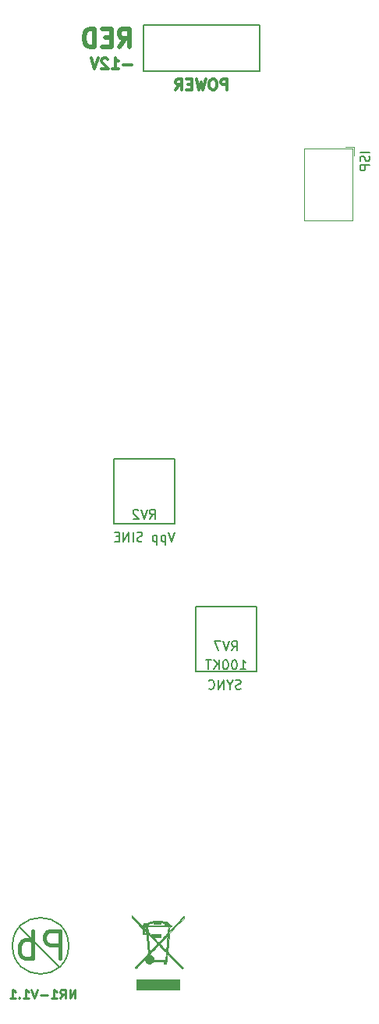
<source format=gbr>
%TF.GenerationSoftware,KiCad,Pcbnew,(5.1.10)-1*%
%TF.CreationDate,2021-09-03T07:56:25-07:00*%
%TF.ProjectId,Foundation,466f756e-6461-4746-996f-6e2e6b696361,rev?*%
%TF.SameCoordinates,Original*%
%TF.FileFunction,Legend,Bot*%
%TF.FilePolarity,Positive*%
%FSLAX46Y46*%
G04 Gerber Fmt 4.6, Leading zero omitted, Abs format (unit mm)*
G04 Created by KiCad (PCBNEW (5.1.10)-1) date 2021-09-03 07:56:25*
%MOMM*%
%LPD*%
G01*
G04 APERTURE LIST*
%ADD10C,0.150000*%
%ADD11C,0.500000*%
%ADD12C,0.300000*%
%ADD13C,0.250000*%
%ADD14C,0.200000*%
%ADD15C,0.010000*%
%ADD16C,0.120000*%
%ADD17C,0.400000*%
G04 APERTURE END LIST*
D10*
X46952380Y93976190D02*
X45952380Y93976190D01*
X46904761Y93547619D02*
X46952380Y93404761D01*
X46952380Y93166666D01*
X46904761Y93071428D01*
X46857142Y93023809D01*
X46761904Y92976190D01*
X46666666Y92976190D01*
X46571428Y93023809D01*
X46523809Y93071428D01*
X46476190Y93166666D01*
X46428571Y93357142D01*
X46380952Y93452380D01*
X46333333Y93500000D01*
X46238095Y93547619D01*
X46142857Y93547619D01*
X46047619Y93500000D01*
X46000000Y93452380D01*
X45952380Y93357142D01*
X45952380Y93119047D01*
X46000000Y92976190D01*
X46952380Y92547619D02*
X45952380Y92547619D01*
X45952380Y92166666D01*
X46000000Y92071428D01*
X46047619Y92023809D01*
X46142857Y91976190D01*
X46285714Y91976190D01*
X46380952Y92023809D01*
X46428571Y92071428D01*
X46476190Y92166666D01*
X46476190Y92547619D01*
X25809523Y52797619D02*
X25476190Y51797619D01*
X25142857Y52797619D01*
X24809523Y52464285D02*
X24809523Y51464285D01*
X24809523Y52416666D02*
X24714285Y52464285D01*
X24523809Y52464285D01*
X24428571Y52416666D01*
X24380952Y52369047D01*
X24333333Y52273809D01*
X24333333Y51988095D01*
X24380952Y51892857D01*
X24428571Y51845238D01*
X24523809Y51797619D01*
X24714285Y51797619D01*
X24809523Y51845238D01*
X23904761Y52464285D02*
X23904761Y51464285D01*
X23904761Y52416666D02*
X23809523Y52464285D01*
X23619047Y52464285D01*
X23523809Y52416666D01*
X23476190Y52369047D01*
X23428571Y52273809D01*
X23428571Y51988095D01*
X23476190Y51892857D01*
X23523809Y51845238D01*
X23619047Y51797619D01*
X23809523Y51797619D01*
X23904761Y51845238D01*
X22285714Y51845238D02*
X22142857Y51797619D01*
X21904761Y51797619D01*
X21809523Y51845238D01*
X21761904Y51892857D01*
X21714285Y51988095D01*
X21714285Y52083333D01*
X21761904Y52178571D01*
X21809523Y52226190D01*
X21904761Y52273809D01*
X22095238Y52321428D01*
X22190476Y52369047D01*
X22238095Y52416666D01*
X22285714Y52511904D01*
X22285714Y52607142D01*
X22238095Y52702380D01*
X22190476Y52750000D01*
X22095238Y52797619D01*
X21857142Y52797619D01*
X21714285Y52750000D01*
X21285714Y51797619D02*
X21285714Y52797619D01*
X20809523Y51797619D02*
X20809523Y52797619D01*
X20238095Y51797619D01*
X20238095Y52797619D01*
X19761904Y52321428D02*
X19428571Y52321428D01*
X19285714Y51797619D02*
X19761904Y51797619D01*
X19761904Y52797619D01*
X19285714Y52797619D01*
X32988095Y35845238D02*
X32845238Y35797619D01*
X32607142Y35797619D01*
X32511904Y35845238D01*
X32464285Y35892857D01*
X32416666Y35988095D01*
X32416666Y36083333D01*
X32464285Y36178571D01*
X32511904Y36226190D01*
X32607142Y36273809D01*
X32797619Y36321428D01*
X32892857Y36369047D01*
X32940476Y36416666D01*
X32988095Y36511904D01*
X32988095Y36607142D01*
X32940476Y36702380D01*
X32892857Y36750000D01*
X32797619Y36797619D01*
X32559523Y36797619D01*
X32416666Y36750000D01*
X31797619Y36273809D02*
X31797619Y35797619D01*
X32130952Y36797619D02*
X31797619Y36273809D01*
X31464285Y36797619D01*
X31130952Y35797619D02*
X31130952Y36797619D01*
X30559523Y35797619D01*
X30559523Y36797619D01*
X29511904Y35892857D02*
X29559523Y35845238D01*
X29702380Y35797619D01*
X29797619Y35797619D01*
X29940476Y35845238D01*
X30035714Y35940476D01*
X30083333Y36035714D01*
X30130952Y36226190D01*
X30130952Y36369047D01*
X30083333Y36559523D01*
X30035714Y36654761D01*
X29940476Y36750000D01*
X29797619Y36797619D01*
X29702380Y36797619D01*
X29559523Y36750000D01*
X29511904Y36702380D01*
D11*
X19785714Y105345238D02*
X20452380Y106297619D01*
X20928571Y105345238D02*
X20928571Y107345238D01*
X20166666Y107345238D01*
X19976190Y107250000D01*
X19880952Y107154761D01*
X19785714Y106964285D01*
X19785714Y106678571D01*
X19880952Y106488095D01*
X19976190Y106392857D01*
X20166666Y106297619D01*
X20928571Y106297619D01*
X18928571Y106392857D02*
X18261904Y106392857D01*
X17976190Y105345238D02*
X18928571Y105345238D01*
X18928571Y107345238D01*
X17976190Y107345238D01*
X17119047Y105345238D02*
X17119047Y107345238D01*
X16642857Y107345238D01*
X16357142Y107250000D01*
X16166666Y107059523D01*
X16071428Y106869047D01*
X15976190Y106488095D01*
X15976190Y106202380D01*
X16071428Y105821428D01*
X16166666Y105630952D01*
X16357142Y105440476D01*
X16642857Y105345238D01*
X17119047Y105345238D01*
D12*
X21114285Y103414285D02*
X20200000Y103414285D01*
X19000000Y102957142D02*
X19685714Y102957142D01*
X19342857Y102957142D02*
X19342857Y104157142D01*
X19457142Y103985714D01*
X19571428Y103871428D01*
X19685714Y103814285D01*
X18542857Y104042857D02*
X18485714Y104100000D01*
X18371428Y104157142D01*
X18085714Y104157142D01*
X17971428Y104100000D01*
X17914285Y104042857D01*
X17857142Y103928571D01*
X17857142Y103814285D01*
X17914285Y103642857D01*
X18600000Y102957142D01*
X17857142Y102957142D01*
X17514285Y104157142D02*
X17114285Y102957142D01*
X16714285Y104157142D01*
X31521428Y100707142D02*
X31521428Y101907142D01*
X31064285Y101907142D01*
X30950000Y101850000D01*
X30892857Y101792857D01*
X30835714Y101678571D01*
X30835714Y101507142D01*
X30892857Y101392857D01*
X30950000Y101335714D01*
X31064285Y101278571D01*
X31521428Y101278571D01*
X30092857Y101907142D02*
X29864285Y101907142D01*
X29750000Y101850000D01*
X29635714Y101735714D01*
X29578571Y101507142D01*
X29578571Y101107142D01*
X29635714Y100878571D01*
X29750000Y100764285D01*
X29864285Y100707142D01*
X30092857Y100707142D01*
X30207142Y100764285D01*
X30321428Y100878571D01*
X30378571Y101107142D01*
X30378571Y101507142D01*
X30321428Y101735714D01*
X30207142Y101850000D01*
X30092857Y101907142D01*
X29178571Y101907142D02*
X28892857Y100707142D01*
X28664285Y101564285D01*
X28435714Y100707142D01*
X28150000Y101907142D01*
X27692857Y101335714D02*
X27292857Y101335714D01*
X27121428Y100707142D02*
X27692857Y100707142D01*
X27692857Y101907142D01*
X27121428Y101907142D01*
X25921428Y100707142D02*
X26321428Y101278571D01*
X26607142Y100707142D02*
X26607142Y101907142D01*
X26150000Y101907142D01*
X26035714Y101850000D01*
X25978571Y101792857D01*
X25921428Y101678571D01*
X25921428Y101507142D01*
X25978571Y101392857D01*
X26035714Y101335714D01*
X26150000Y101278571D01*
X26607142Y101278571D01*
D13*
X15000000Y2297619D02*
X15000000Y3297619D01*
X14428571Y2297619D01*
X14428571Y3297619D01*
X13380952Y2297619D02*
X13714285Y2773809D01*
X13952380Y2297619D02*
X13952380Y3297619D01*
X13571428Y3297619D01*
X13476190Y3250000D01*
X13428571Y3202380D01*
X13380952Y3107142D01*
X13380952Y2964285D01*
X13428571Y2869047D01*
X13476190Y2821428D01*
X13571428Y2773809D01*
X13952380Y2773809D01*
X12428571Y2297619D02*
X13000000Y2297619D01*
X12714285Y2297619D02*
X12714285Y3297619D01*
X12809523Y3154761D01*
X12904761Y3059523D01*
X13000000Y3011904D01*
X12000000Y2678571D02*
X11238095Y2678571D01*
X10904761Y3297619D02*
X10571428Y2297619D01*
X10238095Y3297619D01*
X9380952Y2297619D02*
X9952380Y2297619D01*
X9666666Y2297619D02*
X9666666Y3297619D01*
X9761904Y3154761D01*
X9857142Y3059523D01*
X9952380Y3011904D01*
X8952380Y2392857D02*
X8904761Y2345238D01*
X8952380Y2297619D01*
X9000000Y2345238D01*
X8952380Y2392857D01*
X8952380Y2297619D01*
X7952380Y2297619D02*
X8523809Y2297619D01*
X8238095Y2297619D02*
X8238095Y3297619D01*
X8333333Y3154761D01*
X8428571Y3059523D01*
X8523809Y3011904D01*
D10*
%TO.C,RV7*%
X34702000Y41200000D02*
X34702000Y44705200D01*
X34702000Y41200000D02*
X34702000Y37694800D01*
X28098000Y41200000D02*
X28098000Y44705200D01*
X28098000Y41200000D02*
X28098000Y37694800D01*
X28098000Y37694800D02*
X34702000Y37694800D01*
X34702000Y44705200D02*
X28098000Y44705200D01*
D14*
%TO.C,REF\u002A\u002A*%
X14300000Y8000000D02*
G75*
G03*
X14300000Y8000000I-3050000J0D01*
G01*
X13250000Y5750000D02*
X9000000Y10000000D01*
D15*
G36*
X21677237Y3239474D02*
G01*
X26356184Y3239474D01*
X26356184Y4392500D01*
X21677237Y4392500D01*
X21677237Y3239474D01*
G37*
X21677237Y3239474D02*
X26356184Y3239474D01*
X26356184Y4392500D01*
X21677237Y4392500D01*
X21677237Y3239474D01*
G36*
X21176744Y11150663D02*
G01*
X21177567Y11034934D01*
X21777885Y10425000D01*
X22378204Y9815066D01*
X22378641Y9535165D01*
X22379079Y9255263D01*
X22744663Y9255263D01*
X22754083Y9184244D01*
X22757650Y9151873D01*
X22763662Y9090913D01*
X22771799Y9005002D01*
X22781738Y8897774D01*
X22793157Y8772867D01*
X22805736Y8633917D01*
X22819153Y8484559D01*
X22833085Y8328432D01*
X22847212Y8169170D01*
X22861212Y8010410D01*
X22874763Y7855789D01*
X22887544Y7708943D01*
X22899233Y7573507D01*
X22909508Y7453120D01*
X22918048Y7351416D01*
X22924531Y7272033D01*
X22928636Y7218606D01*
X22930041Y7194771D01*
X22930040Y7194658D01*
X22919796Y7175534D01*
X22889026Y7136045D01*
X22837311Y7075734D01*
X22764233Y6994139D01*
X22669373Y6890802D01*
X22552313Y6765262D01*
X22412633Y6617060D01*
X22249916Y6445737D01*
X22204179Y6397763D01*
X21478805Y5637434D01*
X21537449Y5578948D01*
X21596092Y5520461D01*
X21690974Y5623690D01*
X21725685Y5660997D01*
X21779906Y5718689D01*
X21850059Y5792987D01*
X21932568Y5880111D01*
X22023855Y5976282D01*
X22120342Y6077720D01*
X22178065Y6138305D01*
X22286434Y6251803D01*
X22374028Y6342715D01*
X22443080Y6412693D01*
X22495824Y6463390D01*
X22534494Y6496460D01*
X22561323Y6513556D01*
X22578544Y6516331D01*
X22588392Y6506437D01*
X22593099Y6485529D01*
X22594899Y6455259D01*
X22595141Y6446998D01*
X22607658Y6390091D01*
X22638497Y6321307D01*
X22681503Y6251525D01*
X22730520Y6191622D01*
X22750134Y6173118D01*
X22850770Y6108372D01*
X22968327Y6072146D01*
X23072262Y6063553D01*
X23190049Y6079761D01*
X23298831Y6127288D01*
X23395110Y6204489D01*
X23412875Y6223705D01*
X23477832Y6297500D01*
X24601579Y6297500D01*
X24601579Y6063553D01*
X24902368Y6063553D01*
X24902368Y6172848D01*
X24906143Y6247461D01*
X24918825Y6299250D01*
X24934237Y6327420D01*
X24945250Y6347576D01*
X24954679Y6376800D01*
X24963151Y6419425D01*
X24971290Y6479783D01*
X24979721Y6562207D01*
X24989068Y6671028D01*
X24995469Y6751983D01*
X25024831Y7131268D01*
X25745659Y6401062D01*
X25875992Y6268934D01*
X26001108Y6141904D01*
X26118721Y6022305D01*
X26226545Y5912472D01*
X26322295Y5814737D01*
X26403683Y5731434D01*
X26468423Y5664896D01*
X26514230Y5617458D01*
X26538792Y5591480D01*
X26579145Y5550351D01*
X26612805Y5521665D01*
X26630910Y5512105D01*
X26654035Y5523303D01*
X26687743Y5551281D01*
X26699169Y5562674D01*
X26747617Y5613243D01*
X26480881Y5884298D01*
X26412831Y5953348D01*
X26325085Y6042226D01*
X26221492Y6147041D01*
X26105900Y6263903D01*
X25982159Y6388921D01*
X25854119Y6518205D01*
X25725628Y6647864D01*
X25633454Y6740821D01*
X25493342Y6882480D01*
X25375632Y7002409D01*
X25278820Y7102232D01*
X25201399Y7183572D01*
X25141864Y7248052D01*
X25112358Y7281723D01*
X24875409Y7281723D01*
X24845743Y6902408D01*
X24836797Y6791223D01*
X24828142Y6689547D01*
X24820271Y6602696D01*
X24813672Y6535982D01*
X24808836Y6494721D01*
X24807280Y6485494D01*
X24798482Y6447895D01*
X23536681Y6447895D01*
X23528258Y6552827D01*
X23502828Y6676805D01*
X23449611Y6786476D01*
X23371963Y6877844D01*
X23273237Y6946917D01*
X23162428Y6988380D01*
X23126480Y7007829D01*
X23108483Y7049570D01*
X23108106Y7051411D01*
X23105947Y7069033D01*
X23108616Y7087078D01*
X23118720Y7108892D01*
X23138863Y7137823D01*
X23171651Y7177217D01*
X23219690Y7230423D01*
X23285584Y7300786D01*
X23371940Y7391654D01*
X23377520Y7397507D01*
X23470405Y7495044D01*
X23569155Y7598933D01*
X23666984Y7702023D01*
X23757107Y7797161D01*
X23832738Y7877196D01*
X23849605Y7895089D01*
X23914265Y7962556D01*
X23971705Y8020291D01*
X24017801Y8064325D01*
X24048431Y8090686D01*
X24058715Y8096479D01*
X24074052Y8084354D01*
X24109917Y8051090D01*
X24163488Y7999458D01*
X24231940Y7932225D01*
X24312447Y7852163D01*
X24402187Y7762039D01*
X24475532Y7687802D01*
X24875409Y7281723D01*
X25112358Y7281723D01*
X25098709Y7297297D01*
X25070429Y7332929D01*
X25055517Y7356571D01*
X25052199Y7367520D01*
X25053456Y7391414D01*
X25057274Y7445499D01*
X25063407Y7526662D01*
X25071607Y7631790D01*
X25081627Y7757772D01*
X25093220Y7901495D01*
X25106140Y8059846D01*
X25120138Y8229713D01*
X25131419Y8365472D01*
X25195250Y9130894D01*
X25031004Y9130894D01*
X25030297Y9114376D01*
X25026969Y9067855D01*
X25021290Y8994622D01*
X25013526Y8897972D01*
X25003943Y8781195D01*
X24992811Y8647586D01*
X24980395Y8500437D01*
X24968480Y8360729D01*
X24954984Y8202213D01*
X24942413Y8052579D01*
X24931055Y7915398D01*
X24921198Y7794241D01*
X24913130Y7692680D01*
X24907140Y7614288D01*
X24903515Y7562637D01*
X24902509Y7542577D01*
X24900940Y7530092D01*
X24894722Y7525138D01*
X24881459Y7529782D01*
X24858753Y7546091D01*
X24824208Y7576132D01*
X24775427Y7621973D01*
X24710013Y7685680D01*
X24625569Y7769321D01*
X24535971Y7858701D01*
X24169574Y8224814D01*
X24172141Y8227566D01*
X23929951Y8227566D01*
X23918913Y8212450D01*
X23888013Y8176858D01*
X23840347Y8124059D01*
X23779013Y8057327D01*
X23707107Y7979930D01*
X23627727Y7895142D01*
X23543969Y7806233D01*
X23458930Y7716474D01*
X23375708Y7629136D01*
X23297399Y7547491D01*
X23227100Y7474809D01*
X23167909Y7414363D01*
X23122922Y7369422D01*
X23095236Y7343258D01*
X23087686Y7337928D01*
X23085197Y7355133D01*
X23080030Y7402652D01*
X23072470Y7477511D01*
X23062800Y7576736D01*
X23051305Y7697351D01*
X23038269Y7836382D01*
X23023976Y7990855D01*
X23008710Y8157794D01*
X22996521Y8292403D01*
X22980929Y8466946D01*
X22966523Y8631373D01*
X22953547Y8782701D01*
X22942241Y8917947D01*
X22932848Y9034130D01*
X22925611Y9128265D01*
X22920772Y9197370D01*
X22918573Y9238462D01*
X22918824Y9249132D01*
X22931970Y9239628D01*
X22965446Y9209080D01*
X23016326Y9160444D01*
X23081683Y9096677D01*
X23158591Y9020735D01*
X23244124Y8935576D01*
X23335354Y8844155D01*
X23429356Y8749431D01*
X23523202Y8654359D01*
X23613967Y8561897D01*
X23698723Y8475001D01*
X23774544Y8396628D01*
X23838503Y8329735D01*
X23887674Y8277278D01*
X23919131Y8242215D01*
X23929951Y8227566D01*
X24172141Y8227566D01*
X24306202Y8371240D01*
X24375784Y8445552D01*
X24453881Y8528517D01*
X24537406Y8616898D01*
X24623270Y8707459D01*
X24708385Y8796964D01*
X24789664Y8882177D01*
X24864019Y8959861D01*
X24928363Y9026780D01*
X24979606Y9079697D01*
X25014663Y9115377D01*
X25030444Y9130584D01*
X25031004Y9130894D01*
X25195250Y9130894D01*
X25211204Y9322193D01*
X26009286Y10161515D01*
X26807368Y11000836D01*
X26806781Y11118148D01*
X26806194Y11235461D01*
X26677275Y11097747D01*
X26605124Y11020937D01*
X26519940Y10930696D01*
X26424021Y10829425D01*
X26319666Y10719524D01*
X26209174Y10603396D01*
X26094844Y10483442D01*
X25978975Y10362064D01*
X25863865Y10241662D01*
X25751814Y10124638D01*
X25645119Y10013394D01*
X25546080Y9910331D01*
X25456997Y9817850D01*
X25380166Y9738353D01*
X25317888Y9674242D01*
X25272462Y9627917D01*
X25246185Y9601781D01*
X25240426Y9596767D01*
X25240030Y9614209D01*
X25242208Y9658865D01*
X25246583Y9724660D01*
X25252775Y9805517D01*
X25255433Y9837817D01*
X25275228Y10074079D01*
X25120242Y10074079D01*
X25112240Y10036480D01*
X25108160Y10006745D01*
X25102425Y9950797D01*
X25095701Y9875764D01*
X25088648Y9788775D01*
X25086207Y9756579D01*
X25079008Y9664139D01*
X25071742Y9578293D01*
X25065136Y9507153D01*
X25059916Y9458831D01*
X25058739Y9450061D01*
X25054298Y9432058D01*
X25044687Y9410983D01*
X25027860Y9384475D01*
X25001775Y9350172D01*
X24964387Y9305711D01*
X24913654Y9248729D01*
X24847530Y9176864D01*
X24763974Y9087754D01*
X24660940Y8979036D01*
X24555833Y8868725D01*
X24451262Y8759559D01*
X24353649Y8658460D01*
X24265422Y8567885D01*
X24189012Y8490292D01*
X24126849Y8428138D01*
X24081363Y8383882D01*
X24054983Y8359982D01*
X24049357Y8356426D01*
X24034557Y8369319D01*
X23999961Y8402940D01*
X23948929Y8453918D01*
X23884817Y8518880D01*
X23810984Y8594452D01*
X23757589Y8649507D01*
X23478827Y8937763D01*
X24300790Y8937763D01*
X24300790Y9255263D01*
X23298158Y9255263D01*
X23298158Y9113794D01*
X23114342Y9297040D01*
X22983948Y9427029D01*
X22730000Y9427029D01*
X22727571Y9406523D01*
X22715276Y9395098D01*
X22685604Y9390120D01*
X22631045Y9388956D01*
X22621382Y9388948D01*
X22512763Y9388948D01*
X22512763Y9680416D01*
X22621382Y9572763D01*
X22682654Y9507313D01*
X22719301Y9457171D01*
X22730000Y9427029D01*
X22983948Y9427029D01*
X22930526Y9480285D01*
X22930526Y9643498D01*
X22930015Y9718586D01*
X22927672Y9766355D01*
X22922289Y9792902D01*
X22912656Y9804321D01*
X22898129Y9806711D01*
X22881973Y9810220D01*
X22870031Y9824289D01*
X22860861Y9854231D01*
X22853018Y9905358D01*
X22845058Y9982983D01*
X22842504Y10011415D01*
X22836974Y10074079D01*
X25120242Y10074079D01*
X25275228Y10074079D01*
X25487237Y10074079D01*
X25487237Y10224474D01*
X25397141Y10224474D01*
X25344445Y10225917D01*
X25315812Y10232884D01*
X25312309Y10237030D01*
X25127766Y10237030D01*
X25118054Y10227558D01*
X25084412Y10224634D01*
X25061706Y10224474D01*
X24985921Y10224474D01*
X24703306Y10224474D01*
X22823481Y10224474D01*
X22887062Y10289587D01*
X22985814Y10369938D01*
X23108032Y10431911D01*
X23255787Y10476354D01*
X23402599Y10500935D01*
X23498684Y10512404D01*
X23498684Y10391579D01*
X24267368Y10391579D01*
X24267368Y10528655D01*
X24380165Y10517224D01*
X24458975Y10507575D01*
X24542943Y10494786D01*
X24593224Y10485652D01*
X24693487Y10465512D01*
X24698397Y10344993D01*
X24703306Y10224474D01*
X24985921Y10224474D01*
X24985921Y10291316D01*
X24988131Y10333190D01*
X24993650Y10356464D01*
X24995874Y10358158D01*
X25020613Y10347440D01*
X25056757Y10321437D01*
X25092990Y10289377D01*
X25117999Y10260489D01*
X25120227Y10256733D01*
X25127766Y10237030D01*
X25312309Y10237030D01*
X25301919Y10249326D01*
X25296311Y10267238D01*
X25273422Y10313721D01*
X25229460Y10369600D01*
X25171989Y10427040D01*
X25108573Y10478207D01*
X25066918Y10504857D01*
X25019466Y10534028D01*
X24995141Y10558533D01*
X24986595Y10587428D01*
X24985938Y10604638D01*
X24985937Y10608816D01*
X24133684Y10608816D01*
X24133684Y10525263D01*
X23632368Y10525263D01*
X23632368Y10608816D01*
X24133684Y10608816D01*
X24985937Y10608816D01*
X24985921Y10658948D01*
X24845274Y10658948D01*
X24780564Y10657383D01*
X24730130Y10653215D01*
X24702094Y10647227D01*
X24699057Y10644803D01*
X24681273Y10641082D01*
X24637992Y10642606D01*
X24576651Y10648925D01*
X24534737Y10654760D01*
X24458737Y10666222D01*
X24389230Y10676570D01*
X24336997Y10684204D01*
X24321678Y10686373D01*
X24281653Y10698768D01*
X24267368Y10718192D01*
X24263025Y10726102D01*
X24247490Y10732137D01*
X24217001Y10736534D01*
X24167800Y10739531D01*
X24096126Y10741365D01*
X23998219Y10742275D01*
X23883026Y10742500D01*
X23760086Y10742372D01*
X23666559Y10741770D01*
X23598440Y10740361D01*
X23551719Y10737819D01*
X23522391Y10733811D01*
X23506449Y10728009D01*
X23499885Y10720083D01*
X23498684Y10710867D01*
X23488460Y10681615D01*
X23454970Y10664969D01*
X23393988Y10659032D01*
X23383017Y10658948D01*
X23279746Y10648294D01*
X23162453Y10618967D01*
X23041715Y10574916D01*
X22928111Y10520089D01*
X22832219Y10458436D01*
X22819799Y10448668D01*
X22779318Y10416885D01*
X22755345Y10404156D01*
X22738604Y10408271D01*
X22721419Y10425250D01*
X22670664Y10458508D01*
X22604607Y10471275D01*
X22533474Y10464635D01*
X22467486Y10439673D01*
X22416868Y10397471D01*
X22413203Y10392566D01*
X22375328Y10313789D01*
X22368281Y10232246D01*
X22391285Y10154513D01*
X22443563Y10087165D01*
X22449956Y10081604D01*
X22487073Y10055187D01*
X22524733Y10043553D01*
X22577676Y10042713D01*
X22590902Y10043458D01*
X22642703Y10045359D01*
X22669386Y10041004D01*
X22679045Y10027862D01*
X22680037Y10015592D01*
X22682061Y9979998D01*
X22687086Y9926467D01*
X22690697Y9894441D01*
X22695934Y9843573D01*
X22693756Y9817532D01*
X22681125Y9808014D01*
X22658625Y9806711D01*
X22645282Y9811014D01*
X22623756Y9824943D01*
X22592452Y9850023D01*
X22549776Y9887781D01*
X22494132Y9939744D01*
X22423925Y10007438D01*
X22337560Y10092389D01*
X22233442Y10196125D01*
X22109975Y10320172D01*
X21965564Y10466056D01*
X21895969Y10536551D01*
X21175921Y11266390D01*
X21176744Y11150663D01*
G37*
X21176744Y11150663D02*
X21177567Y11034934D01*
X21777885Y10425000D01*
X22378204Y9815066D01*
X22378641Y9535165D01*
X22379079Y9255263D01*
X22744663Y9255263D01*
X22754083Y9184244D01*
X22757650Y9151873D01*
X22763662Y9090913D01*
X22771799Y9005002D01*
X22781738Y8897774D01*
X22793157Y8772867D01*
X22805736Y8633917D01*
X22819153Y8484559D01*
X22833085Y8328432D01*
X22847212Y8169170D01*
X22861212Y8010410D01*
X22874763Y7855789D01*
X22887544Y7708943D01*
X22899233Y7573507D01*
X22909508Y7453120D01*
X22918048Y7351416D01*
X22924531Y7272033D01*
X22928636Y7218606D01*
X22930041Y7194771D01*
X22930040Y7194658D01*
X22919796Y7175534D01*
X22889026Y7136045D01*
X22837311Y7075734D01*
X22764233Y6994139D01*
X22669373Y6890802D01*
X22552313Y6765262D01*
X22412633Y6617060D01*
X22249916Y6445737D01*
X22204179Y6397763D01*
X21478805Y5637434D01*
X21537449Y5578948D01*
X21596092Y5520461D01*
X21690974Y5623690D01*
X21725685Y5660997D01*
X21779906Y5718689D01*
X21850059Y5792987D01*
X21932568Y5880111D01*
X22023855Y5976282D01*
X22120342Y6077720D01*
X22178065Y6138305D01*
X22286434Y6251803D01*
X22374028Y6342715D01*
X22443080Y6412693D01*
X22495824Y6463390D01*
X22534494Y6496460D01*
X22561323Y6513556D01*
X22578544Y6516331D01*
X22588392Y6506437D01*
X22593099Y6485529D01*
X22594899Y6455259D01*
X22595141Y6446998D01*
X22607658Y6390091D01*
X22638497Y6321307D01*
X22681503Y6251525D01*
X22730520Y6191622D01*
X22750134Y6173118D01*
X22850770Y6108372D01*
X22968327Y6072146D01*
X23072262Y6063553D01*
X23190049Y6079761D01*
X23298831Y6127288D01*
X23395110Y6204489D01*
X23412875Y6223705D01*
X23477832Y6297500D01*
X24601579Y6297500D01*
X24601579Y6063553D01*
X24902368Y6063553D01*
X24902368Y6172848D01*
X24906143Y6247461D01*
X24918825Y6299250D01*
X24934237Y6327420D01*
X24945250Y6347576D01*
X24954679Y6376800D01*
X24963151Y6419425D01*
X24971290Y6479783D01*
X24979721Y6562207D01*
X24989068Y6671028D01*
X24995469Y6751983D01*
X25024831Y7131268D01*
X25745659Y6401062D01*
X25875992Y6268934D01*
X26001108Y6141904D01*
X26118721Y6022305D01*
X26226545Y5912472D01*
X26322295Y5814737D01*
X26403683Y5731434D01*
X26468423Y5664896D01*
X26514230Y5617458D01*
X26538792Y5591480D01*
X26579145Y5550351D01*
X26612805Y5521665D01*
X26630910Y5512105D01*
X26654035Y5523303D01*
X26687743Y5551281D01*
X26699169Y5562674D01*
X26747617Y5613243D01*
X26480881Y5884298D01*
X26412831Y5953348D01*
X26325085Y6042226D01*
X26221492Y6147041D01*
X26105900Y6263903D01*
X25982159Y6388921D01*
X25854119Y6518205D01*
X25725628Y6647864D01*
X25633454Y6740821D01*
X25493342Y6882480D01*
X25375632Y7002409D01*
X25278820Y7102232D01*
X25201399Y7183572D01*
X25141864Y7248052D01*
X25112358Y7281723D01*
X24875409Y7281723D01*
X24845743Y6902408D01*
X24836797Y6791223D01*
X24828142Y6689547D01*
X24820271Y6602696D01*
X24813672Y6535982D01*
X24808836Y6494721D01*
X24807280Y6485494D01*
X24798482Y6447895D01*
X23536681Y6447895D01*
X23528258Y6552827D01*
X23502828Y6676805D01*
X23449611Y6786476D01*
X23371963Y6877844D01*
X23273237Y6946917D01*
X23162428Y6988380D01*
X23126480Y7007829D01*
X23108483Y7049570D01*
X23108106Y7051411D01*
X23105947Y7069033D01*
X23108616Y7087078D01*
X23118720Y7108892D01*
X23138863Y7137823D01*
X23171651Y7177217D01*
X23219690Y7230423D01*
X23285584Y7300786D01*
X23371940Y7391654D01*
X23377520Y7397507D01*
X23470405Y7495044D01*
X23569155Y7598933D01*
X23666984Y7702023D01*
X23757107Y7797161D01*
X23832738Y7877196D01*
X23849605Y7895089D01*
X23914265Y7962556D01*
X23971705Y8020291D01*
X24017801Y8064325D01*
X24048431Y8090686D01*
X24058715Y8096479D01*
X24074052Y8084354D01*
X24109917Y8051090D01*
X24163488Y7999458D01*
X24231940Y7932225D01*
X24312447Y7852163D01*
X24402187Y7762039D01*
X24475532Y7687802D01*
X24875409Y7281723D01*
X25112358Y7281723D01*
X25098709Y7297297D01*
X25070429Y7332929D01*
X25055517Y7356571D01*
X25052199Y7367520D01*
X25053456Y7391414D01*
X25057274Y7445499D01*
X25063407Y7526662D01*
X25071607Y7631790D01*
X25081627Y7757772D01*
X25093220Y7901495D01*
X25106140Y8059846D01*
X25120138Y8229713D01*
X25131419Y8365472D01*
X25195250Y9130894D01*
X25031004Y9130894D01*
X25030297Y9114376D01*
X25026969Y9067855D01*
X25021290Y8994622D01*
X25013526Y8897972D01*
X25003943Y8781195D01*
X24992811Y8647586D01*
X24980395Y8500437D01*
X24968480Y8360729D01*
X24954984Y8202213D01*
X24942413Y8052579D01*
X24931055Y7915398D01*
X24921198Y7794241D01*
X24913130Y7692680D01*
X24907140Y7614288D01*
X24903515Y7562637D01*
X24902509Y7542577D01*
X24900940Y7530092D01*
X24894722Y7525138D01*
X24881459Y7529782D01*
X24858753Y7546091D01*
X24824208Y7576132D01*
X24775427Y7621973D01*
X24710013Y7685680D01*
X24625569Y7769321D01*
X24535971Y7858701D01*
X24169574Y8224814D01*
X24172141Y8227566D01*
X23929951Y8227566D01*
X23918913Y8212450D01*
X23888013Y8176858D01*
X23840347Y8124059D01*
X23779013Y8057327D01*
X23707107Y7979930D01*
X23627727Y7895142D01*
X23543969Y7806233D01*
X23458930Y7716474D01*
X23375708Y7629136D01*
X23297399Y7547491D01*
X23227100Y7474809D01*
X23167909Y7414363D01*
X23122922Y7369422D01*
X23095236Y7343258D01*
X23087686Y7337928D01*
X23085197Y7355133D01*
X23080030Y7402652D01*
X23072470Y7477511D01*
X23062800Y7576736D01*
X23051305Y7697351D01*
X23038269Y7836382D01*
X23023976Y7990855D01*
X23008710Y8157794D01*
X22996521Y8292403D01*
X22980929Y8466946D01*
X22966523Y8631373D01*
X22953547Y8782701D01*
X22942241Y8917947D01*
X22932848Y9034130D01*
X22925611Y9128265D01*
X22920772Y9197370D01*
X22918573Y9238462D01*
X22918824Y9249132D01*
X22931970Y9239628D01*
X22965446Y9209080D01*
X23016326Y9160444D01*
X23081683Y9096677D01*
X23158591Y9020735D01*
X23244124Y8935576D01*
X23335354Y8844155D01*
X23429356Y8749431D01*
X23523202Y8654359D01*
X23613967Y8561897D01*
X23698723Y8475001D01*
X23774544Y8396628D01*
X23838503Y8329735D01*
X23887674Y8277278D01*
X23919131Y8242215D01*
X23929951Y8227566D01*
X24172141Y8227566D01*
X24306202Y8371240D01*
X24375784Y8445552D01*
X24453881Y8528517D01*
X24537406Y8616898D01*
X24623270Y8707459D01*
X24708385Y8796964D01*
X24789664Y8882177D01*
X24864019Y8959861D01*
X24928363Y9026780D01*
X24979606Y9079697D01*
X25014663Y9115377D01*
X25030444Y9130584D01*
X25031004Y9130894D01*
X25195250Y9130894D01*
X25211204Y9322193D01*
X26009286Y10161515D01*
X26807368Y11000836D01*
X26806781Y11118148D01*
X26806194Y11235461D01*
X26677275Y11097747D01*
X26605124Y11020937D01*
X26519940Y10930696D01*
X26424021Y10829425D01*
X26319666Y10719524D01*
X26209174Y10603396D01*
X26094844Y10483442D01*
X25978975Y10362064D01*
X25863865Y10241662D01*
X25751814Y10124638D01*
X25645119Y10013394D01*
X25546080Y9910331D01*
X25456997Y9817850D01*
X25380166Y9738353D01*
X25317888Y9674242D01*
X25272462Y9627917D01*
X25246185Y9601781D01*
X25240426Y9596767D01*
X25240030Y9614209D01*
X25242208Y9658865D01*
X25246583Y9724660D01*
X25252775Y9805517D01*
X25255433Y9837817D01*
X25275228Y10074079D01*
X25120242Y10074079D01*
X25112240Y10036480D01*
X25108160Y10006745D01*
X25102425Y9950797D01*
X25095701Y9875764D01*
X25088648Y9788775D01*
X25086207Y9756579D01*
X25079008Y9664139D01*
X25071742Y9578293D01*
X25065136Y9507153D01*
X25059916Y9458831D01*
X25058739Y9450061D01*
X25054298Y9432058D01*
X25044687Y9410983D01*
X25027860Y9384475D01*
X25001775Y9350172D01*
X24964387Y9305711D01*
X24913654Y9248729D01*
X24847530Y9176864D01*
X24763974Y9087754D01*
X24660940Y8979036D01*
X24555833Y8868725D01*
X24451262Y8759559D01*
X24353649Y8658460D01*
X24265422Y8567885D01*
X24189012Y8490292D01*
X24126849Y8428138D01*
X24081363Y8383882D01*
X24054983Y8359982D01*
X24049357Y8356426D01*
X24034557Y8369319D01*
X23999961Y8402940D01*
X23948929Y8453918D01*
X23884817Y8518880D01*
X23810984Y8594452D01*
X23757589Y8649507D01*
X23478827Y8937763D01*
X24300790Y8937763D01*
X24300790Y9255263D01*
X23298158Y9255263D01*
X23298158Y9113794D01*
X23114342Y9297040D01*
X22983948Y9427029D01*
X22730000Y9427029D01*
X22727571Y9406523D01*
X22715276Y9395098D01*
X22685604Y9390120D01*
X22631045Y9388956D01*
X22621382Y9388948D01*
X22512763Y9388948D01*
X22512763Y9680416D01*
X22621382Y9572763D01*
X22682654Y9507313D01*
X22719301Y9457171D01*
X22730000Y9427029D01*
X22983948Y9427029D01*
X22930526Y9480285D01*
X22930526Y9643498D01*
X22930015Y9718586D01*
X22927672Y9766355D01*
X22922289Y9792902D01*
X22912656Y9804321D01*
X22898129Y9806711D01*
X22881973Y9810220D01*
X22870031Y9824289D01*
X22860861Y9854231D01*
X22853018Y9905358D01*
X22845058Y9982983D01*
X22842504Y10011415D01*
X22836974Y10074079D01*
X25120242Y10074079D01*
X25275228Y10074079D01*
X25487237Y10074079D01*
X25487237Y10224474D01*
X25397141Y10224474D01*
X25344445Y10225917D01*
X25315812Y10232884D01*
X25312309Y10237030D01*
X25127766Y10237030D01*
X25118054Y10227558D01*
X25084412Y10224634D01*
X25061706Y10224474D01*
X24985921Y10224474D01*
X24703306Y10224474D01*
X22823481Y10224474D01*
X22887062Y10289587D01*
X22985814Y10369938D01*
X23108032Y10431911D01*
X23255787Y10476354D01*
X23402599Y10500935D01*
X23498684Y10512404D01*
X23498684Y10391579D01*
X24267368Y10391579D01*
X24267368Y10528655D01*
X24380165Y10517224D01*
X24458975Y10507575D01*
X24542943Y10494786D01*
X24593224Y10485652D01*
X24693487Y10465512D01*
X24698397Y10344993D01*
X24703306Y10224474D01*
X24985921Y10224474D01*
X24985921Y10291316D01*
X24988131Y10333190D01*
X24993650Y10356464D01*
X24995874Y10358158D01*
X25020613Y10347440D01*
X25056757Y10321437D01*
X25092990Y10289377D01*
X25117999Y10260489D01*
X25120227Y10256733D01*
X25127766Y10237030D01*
X25312309Y10237030D01*
X25301919Y10249326D01*
X25296311Y10267238D01*
X25273422Y10313721D01*
X25229460Y10369600D01*
X25171989Y10427040D01*
X25108573Y10478207D01*
X25066918Y10504857D01*
X25019466Y10534028D01*
X24995141Y10558533D01*
X24986595Y10587428D01*
X24985938Y10604638D01*
X24985937Y10608816D01*
X24133684Y10608816D01*
X24133684Y10525263D01*
X23632368Y10525263D01*
X23632368Y10608816D01*
X24133684Y10608816D01*
X24985937Y10608816D01*
X24985921Y10658948D01*
X24845274Y10658948D01*
X24780564Y10657383D01*
X24730130Y10653215D01*
X24702094Y10647227D01*
X24699057Y10644803D01*
X24681273Y10641082D01*
X24637992Y10642606D01*
X24576651Y10648925D01*
X24534737Y10654760D01*
X24458737Y10666222D01*
X24389230Y10676570D01*
X24336997Y10684204D01*
X24321678Y10686373D01*
X24281653Y10698768D01*
X24267368Y10718192D01*
X24263025Y10726102D01*
X24247490Y10732137D01*
X24217001Y10736534D01*
X24167800Y10739531D01*
X24096126Y10741365D01*
X23998219Y10742275D01*
X23883026Y10742500D01*
X23760086Y10742372D01*
X23666559Y10741770D01*
X23598440Y10740361D01*
X23551719Y10737819D01*
X23522391Y10733811D01*
X23506449Y10728009D01*
X23499885Y10720083D01*
X23498684Y10710867D01*
X23488460Y10681615D01*
X23454970Y10664969D01*
X23393988Y10659032D01*
X23383017Y10658948D01*
X23279746Y10648294D01*
X23162453Y10618967D01*
X23041715Y10574916D01*
X22928111Y10520089D01*
X22832219Y10458436D01*
X22819799Y10448668D01*
X22779318Y10416885D01*
X22755345Y10404156D01*
X22738604Y10408271D01*
X22721419Y10425250D01*
X22670664Y10458508D01*
X22604607Y10471275D01*
X22533474Y10464635D01*
X22467486Y10439673D01*
X22416868Y10397471D01*
X22413203Y10392566D01*
X22375328Y10313789D01*
X22368281Y10232246D01*
X22391285Y10154513D01*
X22443563Y10087165D01*
X22449956Y10081604D01*
X22487073Y10055187D01*
X22524733Y10043553D01*
X22577676Y10042713D01*
X22590902Y10043458D01*
X22642703Y10045359D01*
X22669386Y10041004D01*
X22679045Y10027862D01*
X22680037Y10015592D01*
X22682061Y9979998D01*
X22687086Y9926467D01*
X22690697Y9894441D01*
X22695934Y9843573D01*
X22693756Y9817532D01*
X22681125Y9808014D01*
X22658625Y9806711D01*
X22645282Y9811014D01*
X22623756Y9824943D01*
X22592452Y9850023D01*
X22549776Y9887781D01*
X22494132Y9939744D01*
X22423925Y10007438D01*
X22337560Y10092389D01*
X22233442Y10196125D01*
X22109975Y10320172D01*
X21965564Y10466056D01*
X21895969Y10536551D01*
X21175921Y11266390D01*
X21176744Y11150663D01*
D16*
%TO.C,J3*%
X45080000Y86590000D02*
X39880000Y86590000D01*
X45080000Y94330000D02*
X45080000Y86590000D01*
X39880000Y94330000D02*
X39880000Y86590000D01*
X45080000Y94330000D02*
X39880000Y94330000D01*
X44385000Y94524000D02*
X45274000Y94524000D01*
X45274000Y94524000D02*
X45274000Y93635000D01*
D10*
%TO.C,RV2*%
X25802000Y60755200D02*
X19198000Y60755200D01*
X19198000Y53744800D02*
X25802000Y53744800D01*
X19198000Y57250000D02*
X19198000Y53744800D01*
X19198000Y57250000D02*
X19198000Y60755200D01*
X25802000Y57250000D02*
X25802000Y53744800D01*
X25802000Y57250000D02*
X25802000Y60755200D01*
%TO.C,J5*%
X22450000Y102750000D02*
X28750000Y102750000D01*
X22450000Y107750000D02*
X22450000Y102750000D01*
X35050000Y107750000D02*
X22450000Y107750000D01*
X35050000Y102750000D02*
X35050000Y107750000D01*
X28750000Y102750000D02*
X35050000Y102750000D01*
%TO.C,RV7*%
X31995238Y39985619D02*
X32328571Y40461809D01*
X32566666Y39985619D02*
X32566666Y40985619D01*
X32185714Y40985619D01*
X32090476Y40938000D01*
X32042857Y40890380D01*
X31995238Y40795142D01*
X31995238Y40652285D01*
X32042857Y40557047D01*
X32090476Y40509428D01*
X32185714Y40461809D01*
X32566666Y40461809D01*
X31709523Y40985619D02*
X31376190Y39985619D01*
X31042857Y40985619D01*
X30804761Y40985619D02*
X30138095Y40985619D01*
X30566666Y39985619D01*
X32947619Y37953619D02*
X33519047Y37953619D01*
X33233333Y37953619D02*
X33233333Y38953619D01*
X33328571Y38810761D01*
X33423809Y38715523D01*
X33519047Y38667904D01*
X32328571Y38953619D02*
X32233333Y38953619D01*
X32138095Y38906000D01*
X32090476Y38858380D01*
X32042857Y38763142D01*
X31995238Y38572666D01*
X31995238Y38334571D01*
X32042857Y38144095D01*
X32090476Y38048857D01*
X32138095Y38001238D01*
X32233333Y37953619D01*
X32328571Y37953619D01*
X32423809Y38001238D01*
X32471428Y38048857D01*
X32519047Y38144095D01*
X32566666Y38334571D01*
X32566666Y38572666D01*
X32519047Y38763142D01*
X32471428Y38858380D01*
X32423809Y38906000D01*
X32328571Y38953619D01*
X31376190Y38953619D02*
X31280952Y38953619D01*
X31185714Y38906000D01*
X31138095Y38858380D01*
X31090476Y38763142D01*
X31042857Y38572666D01*
X31042857Y38334571D01*
X31090476Y38144095D01*
X31138095Y38048857D01*
X31185714Y38001238D01*
X31280952Y37953619D01*
X31376190Y37953619D01*
X31471428Y38001238D01*
X31519047Y38048857D01*
X31566666Y38144095D01*
X31614285Y38334571D01*
X31614285Y38572666D01*
X31566666Y38763142D01*
X31519047Y38858380D01*
X31471428Y38906000D01*
X31376190Y38953619D01*
X30614285Y37953619D02*
X30614285Y38953619D01*
X30042857Y37953619D02*
X30471428Y38525047D01*
X30042857Y38953619D02*
X30614285Y38382190D01*
X29757142Y38953619D02*
X29185714Y38953619D01*
X29471428Y37953619D02*
X29471428Y38953619D01*
%TO.C,REF\u002A\u002A*%
D17*
X13392857Y6642857D02*
X13392857Y9642857D01*
X12250000Y9642857D01*
X11964285Y9500000D01*
X11821428Y9357142D01*
X11678571Y9071428D01*
X11678571Y8642857D01*
X11821428Y8357142D01*
X11964285Y8214285D01*
X12250000Y8071428D01*
X13392857Y8071428D01*
X10392857Y6642857D02*
X10392857Y9642857D01*
X10392857Y8500000D02*
X10107142Y8642857D01*
X9535714Y8642857D01*
X9250000Y8500000D01*
X9107142Y8357142D01*
X8964285Y8071428D01*
X8964285Y7214285D01*
X9107142Y6928571D01*
X9250000Y6785714D01*
X9535714Y6642857D01*
X10107142Y6642857D01*
X10392857Y6785714D01*
%TO.C,RV2*%
D10*
X23095238Y54257619D02*
X23428571Y54733809D01*
X23666666Y54257619D02*
X23666666Y55257619D01*
X23285714Y55257619D01*
X23190476Y55210000D01*
X23142857Y55162380D01*
X23095238Y55067142D01*
X23095238Y54924285D01*
X23142857Y54829047D01*
X23190476Y54781428D01*
X23285714Y54733809D01*
X23666666Y54733809D01*
X22809523Y55257619D02*
X22476190Y54257619D01*
X22142857Y55257619D01*
X21857142Y55162380D02*
X21809523Y55210000D01*
X21714285Y55257619D01*
X21476190Y55257619D01*
X21380952Y55210000D01*
X21333333Y55162380D01*
X21285714Y55067142D01*
X21285714Y54971904D01*
X21333333Y54829047D01*
X21904761Y54257619D01*
X21285714Y54257619D01*
%TD*%
M02*

</source>
